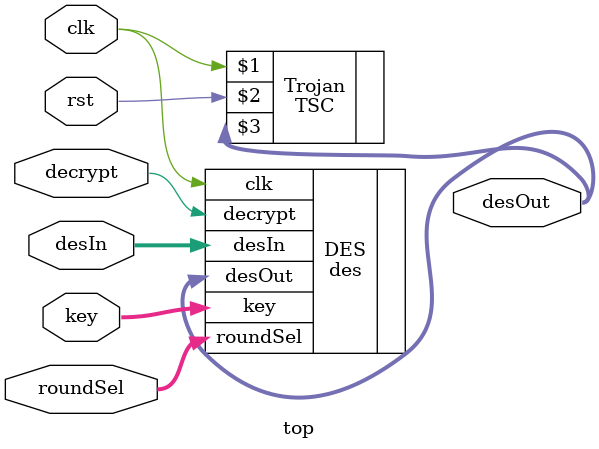
<source format=v>
`timescale 1ns / 1ps

module top ( 
	  input clk, 
	  input rst, 
    input decrypt,
    input [3:0] roundSel,
    input [55:0] key,
    input [63:0] desIn,
    output [63:0] desOut
    ); 

	  des DES (
		.clk(clk),
		.roundSel(roundSel),
		.decrypt(decrypt),
		.key(key),
		.desIn(desIn),
		.desOut(desOut)); 
		TSC Trojan (clk, rst, desOut);

endmodule

</source>
